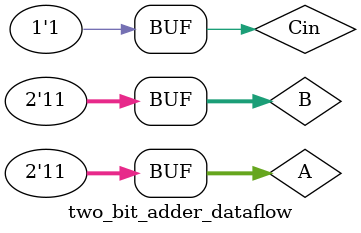
<source format=v>
`timescale 1ns / 1ps


module two_bit_adder_dataflow;
//`include "two_bit_adder.v"
reg [1:0] A,B;
reg Cin;

wire [1:0] Sum;
wire Carry;
two_bit_adder DUT(A,B,Cin,Sum,Carry);

initial begin $dumpfile("two_bit_adder_dataflow.vcd");$dumpvars(); end

initial begin 
A=2'b00;B=2'b00;Cin=1'b0;
#30
A=2'b00;B=2'b01;Cin=1'b0;
#30
A=2'b00;B=2'b10;Cin=1'b0;
#30
A=2'b00;B=2'b11;Cin=1'b0;
#30
A=2'b01;B=2'b00;Cin=1'b0;
#30
A=2'b01;B=2'b01;Cin=1'b0;
#30
A=2'b01;B=2'b10;Cin=1'b0;
#30
A=2'b01;B=2'b11;Cin=1'b0;
#30
A=2'b10;B=2'b00;Cin=1'b0;
#30
A=2'b10;B=2'b01;Cin=1'b0;
#30
A=2'b10;B=2'b10;Cin=1'b0;
#30
A=2'b10;B=2'b11;Cin=1'b0;
#30
A=2'b11;B=2'b00;Cin=1'b0;
#30
A=2'b11;B=2'b01;Cin=1'b0;
#30
A=2'b11;B=2'b10;Cin=1'b0;
#30
A=2'b11;B=2'b11;Cin=1'b0;
#30
A=2'b00;B=2'b00;Cin=1'b1;
#30
A=2'b00;B=2'b01;Cin=1'b1;
#30
A=2'b00;B=2'b10;Cin=1'b1;
#30
A=2'b00;B=2'b11;Cin=1'b1;
#30
A=2'b01;B=2'b00;Cin=1'b1;
#30
A=2'b01;B=2'b01;Cin=1'b1;
#30
A=2'b01;B=2'b10;Cin=1'b1;
#30
A=2'b01;B=2'b11;Cin=1'b1;
#30
A=2'b10;B=2'b00;Cin=1'b1;
#30
A=2'b10;B=2'b01;Cin=1'b1;
#30
A=2'b10;B=2'b10;Cin=1'b1;
#30
A=2'b10;B=2'b11;Cin=1'b1;
#30
A=2'b11;B=2'b00;Cin=1'b1;
#30
A=2'b11;B=2'b01;Cin=1'b1;
#30
A=2'b11;B=2'b10;Cin=1'b1;
#30
A=2'b11;B=2'b11;Cin=1'b1;
end
initial begin $monitor(" time=%0d A=%2b B=%2b Cin=%b Sum=%2b Carry=%b",$time,A,B,Cin,Sum,Carry);end
endmodule : two_bit_adder_dataflow

</source>
